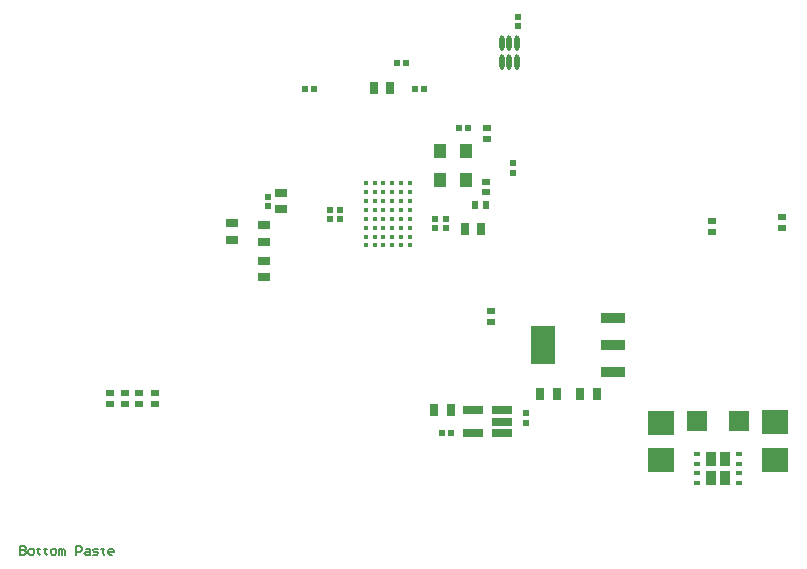
<source format=gbp>
%FSTAX25Y25*%
%MOIN*%
G70*
G01*
G75*
G04 Layer_Color=128*
%ADD10O,0.07087X0.01181*%
%ADD11O,0.01181X0.07087*%
%ADD12O,0.07284X0.01378*%
%ADD13R,0.08071X0.02756*%
%ADD14R,0.01772X0.02165*%
%ADD15R,0.03150X0.03150*%
%ADD16R,0.01575X0.02559*%
%ADD17R,0.02992X0.06299*%
%ADD18R,0.04528X0.06693*%
%ADD19R,0.02165X0.01772*%
%ADD20R,0.02756X0.03543*%
%ADD21R,0.03543X0.02756*%
%ADD22R,0.02047X0.02047*%
%ADD23R,0.02047X0.02047*%
%ADD24C,0.01000*%
%ADD25C,0.00700*%
%ADD26C,0.03000*%
%ADD27C,0.00591*%
%ADD28C,0.00669*%
%ADD29C,0.00500*%
%ADD30C,0.02000*%
%ADD31C,0.06000*%
%ADD32O,0.15748X0.07874*%
%ADD33O,0.07874X0.15748*%
%ADD34O,0.07874X0.17716*%
%ADD35R,0.05906X0.05906*%
%ADD36C,0.05906*%
%ADD37R,0.05906X0.05906*%
%ADD38P,0.06711X8X112.5*%
%ADD39O,0.05600X0.11200*%
%ADD40C,0.12600*%
%ADD41C,0.01969*%
%ADD42C,0.01600*%
%ADD43C,0.02800*%
%ADD44C,0.01595*%
%ADD45C,0.05000*%
%ADD46C,0.04000*%
%ADD47R,0.70200X0.25400*%
%ADD48C,0.07550*%
%ADD49O,0.15811X0.07937*%
%ADD50O,0.07937X0.15811*%
%ADD51O,0.07937X0.17779*%
%ADD52C,0.07543*%
G04:AMPARAMS|DCode=53|XSize=95.433mil|YSize=95.433mil|CornerRadius=0mil|HoleSize=0mil|Usage=FLASHONLY|Rotation=0.000|XOffset=0mil|YOffset=0mil|HoleType=Round|Shape=Relief|Width=10mil|Gap=10mil|Entries=4|*
%AMTHD53*
7,0,0,0.09543,0.07543,0.01000,45*
%
%ADD53THD53*%
%ADD54C,0.07800*%
%ADD55C,0.07400*%
%ADD56C,0.16600*%
G04:AMPARAMS|DCode=57|XSize=95.5mil|YSize=95.5mil|CornerRadius=0mil|HoleSize=0mil|Usage=FLASHONLY|Rotation=0.000|XOffset=0mil|YOffset=0mil|HoleType=Round|Shape=Relief|Width=10mil|Gap=10mil|Entries=4|*
%AMTHD57*
7,0,0,0.09550,0.07550,0.01000,45*
%
%ADD57THD57*%
G04:AMPARAMS|DCode=58|XSize=70mil|YSize=70mil|CornerRadius=0mil|HoleSize=0mil|Usage=FLASHONLY|Rotation=0.000|XOffset=0mil|YOffset=0mil|HoleType=Round|Shape=Relief|Width=10mil|Gap=10mil|Entries=4|*
%AMTHD58*
7,0,0,0.07000,0.05000,0.01000,45*
%
%ADD58THD58*%
%ADD59C,0.05600*%
%ADD60C,0.06800*%
%AMTHOVALD61*
21,1,0.07874,0.09937,0,0,180.0*
1,1,0.09937,0.03937,0.00000*
1,1,0.09937,-0.03937,0.00000*
21,0,0.07874,0.07937,0,0,180.0*
1,0,0.07937,0.03937,0.00000*
1,0,0.07937,-0.03937,0.00000*
4,0,4,0.03583,0.00354,0.07097,0.03867,0.07804,0.03160,0.04291,-0.00354,0.03583,0.00354,0.0*
4,0,4,-0.04291,0.00354,-0.07804,-0.03160,-0.07097,-0.03867,-0.03583,-0.00354,-0.04291,0.00354,0.0*
4,0,4,0.04291,0.00354,0.07804,-0.03160,0.07097,-0.03867,0.03583,-0.00354,0.04291,0.00354,0.0*
4,0,4,-0.03583,0.00354,-0.07097,0.03867,-0.07804,0.03160,-0.04291,-0.00354,-0.03583,0.00354,0.0*
%
%ADD61THOVALD61*%

%AMTHOVALD62*
21,1,0.07874,0.09937,0,0,270.0*
1,1,0.09937,0.00000,0.03937*
1,1,0.09937,0.00000,-0.03937*
21,0,0.07874,0.07937,0,0,270.0*
1,0,0.07937,0.00000,0.03937*
1,0,0.07937,0.00000,-0.03937*
4,0,4,-0.00354,0.03583,-0.03867,0.07097,-0.03160,0.07804,0.00354,0.04291,-0.00354,0.03583,0.0*
4,0,4,-0.00354,-0.04291,0.03160,-0.07804,0.03867,-0.07097,0.00354,-0.03583,-0.00354,-0.04291,0.0*
4,0,4,-0.00354,0.04291,0.03160,0.07804,0.03867,0.07097,0.00354,0.03583,-0.00354,0.04291,0.0*
4,0,4,-0.00354,-0.03583,-0.03867,-0.07097,-0.03160,-0.07804,0.00354,-0.04291,-0.00354,-0.03583,0.0*
%
%ADD62THOVALD62*%

G04:AMPARAMS|DCode=63|XSize=98mil|YSize=98mil|CornerRadius=0mil|HoleSize=0mil|Usage=FLASHONLY|Rotation=0.000|XOffset=0mil|YOffset=0mil|HoleType=Round|Shape=Relief|Width=10mil|Gap=10mil|Entries=4|*
%AMTHD63*
7,0,0,0.09800,0.07800,0.01000,45*
%
%ADD63THD63*%
G04:AMPARAMS|DCode=64|XSize=94mil|YSize=94mil|CornerRadius=0mil|HoleSize=0mil|Usage=FLASHONLY|Rotation=0.000|XOffset=0mil|YOffset=0mil|HoleType=Round|Shape=Relief|Width=10mil|Gap=10mil|Entries=4|*
%AMTHD64*
7,0,0,0.09400,0.07400,0.01000,45*
%
%ADD64THD64*%
G04:AMPARAMS|DCode=65|XSize=76mil|YSize=76mil|CornerRadius=0mil|HoleSize=0mil|Usage=FLASHONLY|Rotation=0.000|XOffset=0mil|YOffset=0mil|HoleType=Round|Shape=Relief|Width=10mil|Gap=10mil|Entries=4|*
%AMTHD65*
7,0,0,0.07600,0.05600,0.01000,45*
%
%ADD65THD65*%
G04:AMPARAMS|DCode=66|XSize=88mil|YSize=88mil|CornerRadius=0mil|HoleSize=0mil|Usage=FLASHONLY|Rotation=0.000|XOffset=0mil|YOffset=0mil|HoleType=Round|Shape=Relief|Width=10mil|Gap=10mil|Entries=4|*
%AMTHD66*
7,0,0,0.08800,0.06800,0.01000,45*
%
%ADD66THD66*%
%ADD67O,0.01378X0.04724*%
%ADD68R,0.07480X0.03150*%
%ADD69R,0.07480X0.12205*%
%ADD70R,0.06299X0.02559*%
%ADD71R,0.08661X0.11811*%
%ADD72R,0.01969X0.01181*%
%ADD73C,0.01181*%
%ADD74R,0.03543X0.04724*%
%ADD75R,0.06693X0.06614*%
%ADD76R,0.08661X0.07874*%
%ADD77C,0.05000*%
%ADD78C,0.01300*%
%ADD79C,0.01500*%
%ADD80R,0.29232X0.31693*%
%ADD81C,0.02362*%
%ADD82C,0.00984*%
%ADD83C,0.02165*%
%ADD84C,0.00787*%
%ADD85C,0.00600*%
%ADD86C,0.01200*%
%ADD87C,0.00400*%
%ADD88C,0.00394*%
%ADD89R,0.03937X0.02953*%
%ADD90O,0.07487X0.01581*%
%ADD91O,0.01581X0.07487*%
%ADD92O,0.07684X0.01778*%
%ADD93R,0.08471X0.03156*%
%ADD94R,0.02172X0.02565*%
%ADD95R,0.03550X0.03550*%
%ADD96R,0.01975X0.02959*%
%ADD97R,0.03392X0.06699*%
%ADD98R,0.04928X0.07093*%
%ADD99R,0.02565X0.02172*%
%ADD100R,0.03156X0.03943*%
%ADD101R,0.03943X0.03156*%
%ADD102R,0.02447X0.02447*%
%ADD103R,0.02447X0.02447*%
%ADD104O,0.07287X0.01381*%
%ADD105O,0.01381X0.07287*%
%ADD106O,0.07484X0.01578*%
%ADD107R,0.08271X0.02956*%
%ADD108R,0.01972X0.02365*%
%ADD109R,0.03350X0.03350*%
%ADD110R,0.01775X0.02759*%
%ADD111R,0.03192X0.06499*%
%ADD112R,0.04728X0.06893*%
%ADD113R,0.02365X0.01972*%
%ADD114R,0.02956X0.03743*%
%ADD115R,0.03743X0.02956*%
%ADD116R,0.02247X0.02247*%
%ADD117R,0.02247X0.02247*%
%ADD118C,0.06200*%
%ADD119O,0.15948X0.08074*%
%ADD120O,0.08074X0.15948*%
%ADD121O,0.08074X0.17916*%
%ADD122R,0.06106X0.06106*%
%ADD123C,0.06106*%
%ADD124R,0.06106X0.06106*%
%ADD125P,0.06927X8X112.5*%
%ADD126O,0.05800X0.11400*%
%ADD127C,0.12800*%
%ADD128C,0.02169*%
%ADD129C,0.01800*%
%ADD130C,0.03000*%
%ADD131C,0.05200*%
%ADD132O,0.01578X0.04924*%
%ADD133R,0.07680X0.03350*%
%ADD134R,0.07680X0.12405*%
%ADD135R,0.06499X0.02759*%
%ADD136R,0.09061X0.12211*%
%ADD137R,0.02369X0.01581*%
%ADD138C,0.01381*%
%ADD139R,0.03743X0.04924*%
%ADD140R,0.06893X0.06814*%
%ADD141R,0.08861X0.08074*%
%ADD142R,0.01969X0.01181*%
%ADD143R,0.03347X0.04921*%
%ADD144O,0.01778X0.05124*%
%ADD145R,0.07880X0.03550*%
%ADD146R,0.07880X0.12605*%
%ADD147R,0.06699X0.02959*%
%ADD148C,0.01581*%
%ADD149R,0.03943X0.05124*%
%ADD150R,0.07093X0.07014*%
%ADD151R,0.09061X0.08274*%
D29*
X01Y0094768D02*
Y0091969D01*
X01014D01*
X0101866Y0092435D01*
Y0092901D01*
X01014Y0093368D01*
X01D01*
X01014D01*
X0101866Y0093835D01*
Y0094301D01*
X01014Y0094768D01*
X01D01*
X0103266Y0091969D02*
X0104199D01*
X0104665Y0092435D01*
Y0093368D01*
X0104199Y0093835D01*
X0103266D01*
X0102799Y0093368D01*
Y0092435D01*
X0103266Y0091969D01*
X0106065Y0094301D02*
Y0093835D01*
X0105598D01*
X0106531D01*
X0106065D01*
Y0092435D01*
X0106531Y0091969D01*
X0108397Y0094301D02*
Y0093835D01*
X0107931D01*
X0108864D01*
X0108397D01*
Y0092435D01*
X0108864Y0091969D01*
X011073D02*
X0111663D01*
X0112129Y0092435D01*
Y0093368D01*
X0111663Y0093835D01*
X011073D01*
X0110263Y0093368D01*
Y0092435D01*
X011073Y0091969D01*
X0113062D02*
Y0093835D01*
X0113529D01*
X0113996Y0093368D01*
Y0091969D01*
Y0093368D01*
X0114462Y0093835D01*
X0114928Y0093368D01*
Y0091969D01*
X0118661D02*
Y0094768D01*
X012006D01*
X0120527Y0094301D01*
Y0093368D01*
X012006Y0092901D01*
X0118661D01*
X0121926Y0093835D02*
X0122859D01*
X0123326Y0093368D01*
Y0091969D01*
X0121926D01*
X012146Y0092435D01*
X0121926Y0092901D01*
X0123326D01*
X0124259Y0091969D02*
X0125658D01*
X0126125Y0092435D01*
X0125658Y0092901D01*
X0124725D01*
X0124259Y0093368D01*
X0124725Y0093835D01*
X0126125D01*
X0127524Y0094301D02*
Y0093835D01*
X0127058D01*
X0127991D01*
X0127524D01*
Y0092435D01*
X0127991Y0091969D01*
X013079D02*
X0129857D01*
X0129391Y0092435D01*
Y0093368D01*
X0129857Y0093835D01*
X013079D01*
X0131256Y0093368D01*
Y0092901D01*
X0129391D01*
D94*
X0251728Y02084D02*
D03*
X0255272D02*
D03*
D99*
X0144882Y0142323D02*
D03*
Y0145866D02*
D03*
X02556Y0234072D02*
D03*
Y0230528D02*
D03*
X02555Y0212728D02*
D03*
Y0216272D02*
D03*
X02571Y0173072D02*
D03*
Y0169528D02*
D03*
X0353839Y0204527D02*
D03*
Y0200984D02*
D03*
X0330543Y0199515D02*
D03*
Y0203058D02*
D03*
X0129921Y0142323D02*
D03*
Y0145866D02*
D03*
X0135039Y0142323D02*
D03*
Y0145866D02*
D03*
X0139764Y0142323D02*
D03*
Y0145866D02*
D03*
D100*
X0273344Y01456D02*
D03*
X0278856D02*
D03*
X0238044Y01402D02*
D03*
X0243556D02*
D03*
X0223456Y02474D02*
D03*
X0217944D02*
D03*
X0253756Y02005D02*
D03*
X0248244D02*
D03*
X0286744Y01456D02*
D03*
X0292256D02*
D03*
D101*
X01812Y0189956D02*
D03*
Y0184444D02*
D03*
Y0201756D02*
D03*
Y0196244D02*
D03*
X0187Y0207044D02*
D03*
Y0212556D02*
D03*
X01707Y0202456D02*
D03*
Y0196944D02*
D03*
D102*
X0243675Y01326D02*
D03*
X0240525D02*
D03*
X0249375Y02341D02*
D03*
X0246225D02*
D03*
X0234675Y02471D02*
D03*
X0231525D02*
D03*
X019485Y0247335D02*
D03*
X0198D02*
D03*
X0225625Y02558D02*
D03*
X0228775D02*
D03*
D103*
X02068Y0206875D02*
D03*
Y0203725D02*
D03*
X02385Y0203975D02*
D03*
Y0200825D02*
D03*
X0265945Y026811D02*
D03*
Y027126D02*
D03*
X02688Y0139075D02*
D03*
Y0135925D02*
D03*
X02642Y0219325D02*
D03*
Y0222475D02*
D03*
X01827Y0211275D02*
D03*
Y0208125D02*
D03*
X0242Y0203975D02*
D03*
Y0200825D02*
D03*
X02033Y0206875D02*
D03*
Y0203725D02*
D03*
D142*
X033959Y0125422D02*
D03*
X0339586Y0122272D02*
D03*
X0339586Y0119127D02*
D03*
X033959Y0115979D02*
D03*
X032581Y0115978D02*
D03*
X0325813Y0119127D02*
D03*
X0325813Y0122272D02*
D03*
X032581Y0125422D02*
D03*
D143*
X0330438Y0117652D02*
D03*
X0334964Y0117649D02*
D03*
X0334964Y0123751D02*
D03*
X0330436Y0123751D02*
D03*
D144*
X026565Y0256201D02*
D03*
X026309D02*
D03*
X0260531D02*
D03*
X026565Y02625D02*
D03*
X026309D02*
D03*
X0260531D02*
D03*
D145*
X0297714Y0170855D02*
D03*
Y01618D02*
D03*
Y0152745D02*
D03*
D146*
X0274486Y01618D02*
D03*
D147*
X0250879Y014004D02*
D03*
Y013256D02*
D03*
X0260721D02*
D03*
Y01363D02*
D03*
Y014004D02*
D03*
D148*
X0215265Y0195065D02*
D03*
X0218218D02*
D03*
X0221171D02*
D03*
X0224124D02*
D03*
X0227076D02*
D03*
X0230029D02*
D03*
X0215265Y0198018D02*
D03*
X0218218D02*
D03*
X0221171D02*
D03*
X0224124D02*
D03*
X0227076D02*
D03*
X0230029D02*
D03*
X0215265Y0200971D02*
D03*
X0218218D02*
D03*
X0221171D02*
D03*
X0224124D02*
D03*
X0227076D02*
D03*
X0230029D02*
D03*
X0215265Y0203924D02*
D03*
X0218218D02*
D03*
X0221171D02*
D03*
X0224124D02*
D03*
X0227076D02*
D03*
X0230029D02*
D03*
X0215265Y0206876D02*
D03*
X0218218D02*
D03*
X0221171D02*
D03*
X0224124D02*
D03*
X0227076D02*
D03*
X0230029D02*
D03*
X0215265Y0209829D02*
D03*
X0218218D02*
D03*
X0221171D02*
D03*
X0224124D02*
D03*
X0227076D02*
D03*
X0230029D02*
D03*
X0215265Y0212782D02*
D03*
X0218218D02*
D03*
X0221171D02*
D03*
X0224124D02*
D03*
X0227076D02*
D03*
X0230029D02*
D03*
X0215265Y0215735D02*
D03*
X0218218D02*
D03*
X0221171D02*
D03*
X0224124D02*
D03*
X0227076D02*
D03*
X0230029D02*
D03*
D149*
X0239969Y0216779D02*
D03*
Y0226621D02*
D03*
X0248631Y0216779D02*
D03*
Y0226621D02*
D03*
D150*
X0325553Y01366D02*
D03*
X0339647D02*
D03*
D151*
X03516Y0136199D02*
D03*
Y0123601D02*
D03*
X03138Y0135999D02*
D03*
Y0123401D02*
D03*
M02*

</source>
